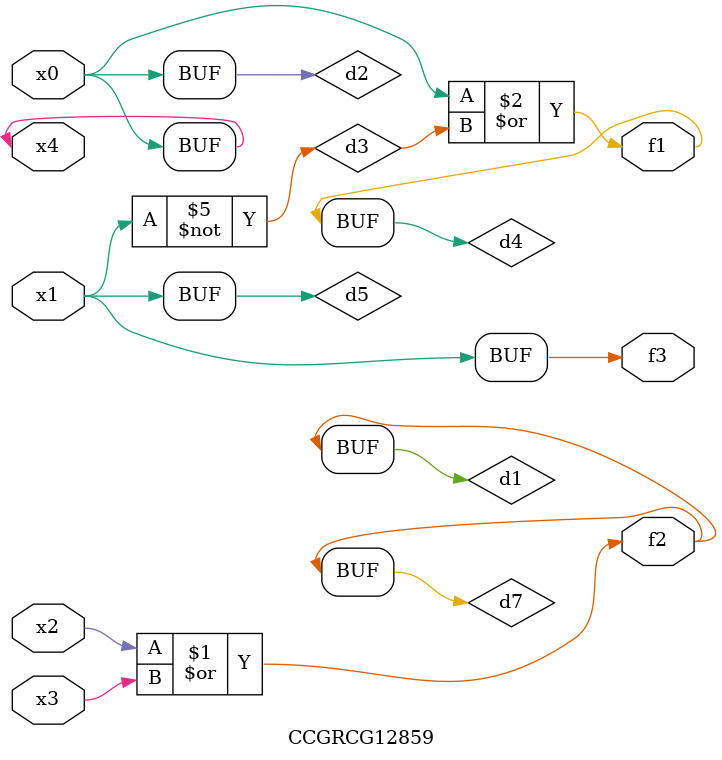
<source format=v>
module CCGRCG12859(
	input x0, x1, x2, x3, x4,
	output f1, f2, f3
);

	wire d1, d2, d3, d4, d5, d6, d7;

	or (d1, x2, x3);
	buf (d2, x0, x4);
	not (d3, x1);
	or (d4, d2, d3);
	not (d5, d3);
	nand (d6, d1, d3);
	or (d7, d1);
	assign f1 = d4;
	assign f2 = d7;
	assign f3 = d5;
endmodule

</source>
